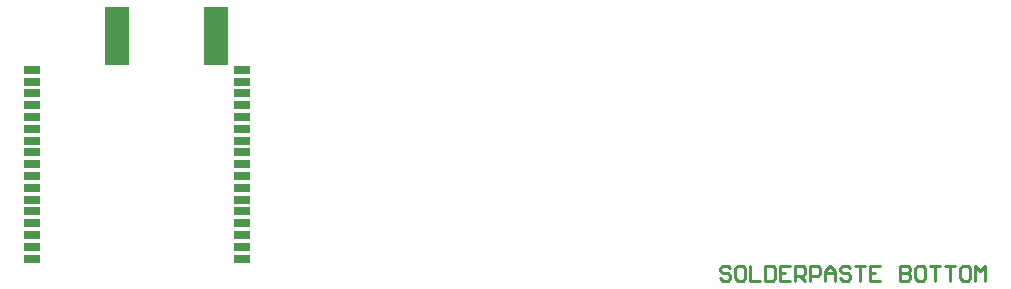
<source format=gbp>
G04*
G04 #@! TF.GenerationSoftware,Altium Limited,Altium Designer,19.0.10 (269)*
G04*
G04 Layer_Color=128*
%FSLAX24Y24*%
%MOIN*%
G70*
G01*
G75*
%ADD13C,0.0100*%
%ADD46R,0.0787X0.1969*%
%ADD47R,0.0551X0.0315*%
D13*
X23542Y141D02*
X23459Y224D01*
X23292D01*
X23209Y141D01*
Y58D01*
X23292Y-26D01*
X23459D01*
X23542Y-109D01*
Y-192D01*
X23459Y-276D01*
X23292D01*
X23209Y-192D01*
X23958Y224D02*
X23792D01*
X23709Y141D01*
Y-192D01*
X23792Y-276D01*
X23958D01*
X24042Y-192D01*
Y141D01*
X23958Y224D01*
X24208D02*
Y-276D01*
X24542D01*
X24708Y224D02*
Y-276D01*
X24958D01*
X25041Y-192D01*
Y141D01*
X24958Y224D01*
X24708D01*
X25541D02*
X25208D01*
Y-276D01*
X25541D01*
X25208Y-26D02*
X25375D01*
X25708Y-276D02*
Y224D01*
X25958D01*
X26041Y141D01*
Y-26D01*
X25958Y-109D01*
X25708D01*
X25874D02*
X26041Y-276D01*
X26208D02*
Y224D01*
X26458D01*
X26541Y141D01*
Y-26D01*
X26458Y-109D01*
X26208D01*
X26708Y-276D02*
Y58D01*
X26874Y224D01*
X27041Y58D01*
Y-276D01*
Y-26D01*
X26708D01*
X27541Y141D02*
X27457Y224D01*
X27291D01*
X27207Y141D01*
Y58D01*
X27291Y-26D01*
X27457D01*
X27541Y-109D01*
Y-192D01*
X27457Y-276D01*
X27291D01*
X27207Y-192D01*
X27707Y224D02*
X28040D01*
X27874D01*
Y-276D01*
X28540Y224D02*
X28207D01*
Y-276D01*
X28540D01*
X28207Y-26D02*
X28374D01*
X29207Y224D02*
Y-276D01*
X29457D01*
X29540Y-192D01*
Y-109D01*
X29457Y-26D01*
X29207D01*
X29457D01*
X29540Y58D01*
Y141D01*
X29457Y224D01*
X29207D01*
X29956D02*
X29790D01*
X29707Y141D01*
Y-192D01*
X29790Y-276D01*
X29956D01*
X30040Y-192D01*
Y141D01*
X29956Y224D01*
X30206D02*
X30540D01*
X30373D01*
Y-276D01*
X30706Y224D02*
X31039D01*
X30873D01*
Y-276D01*
X31456Y224D02*
X31289D01*
X31206Y141D01*
Y-192D01*
X31289Y-276D01*
X31456D01*
X31539Y-192D01*
Y141D01*
X31456Y224D01*
X31706Y-276D02*
Y224D01*
X31873Y58D01*
X32039Y224D01*
Y-276D01*
D46*
X6407Y7874D02*
D03*
X3100D02*
D03*
D47*
X7254Y1240D02*
D03*
Y6752D02*
D03*
X276Y2028D02*
D03*
Y453D02*
D03*
Y846D02*
D03*
X7254Y5571D02*
D03*
Y5177D02*
D03*
Y6358D02*
D03*
X276Y2421D02*
D03*
Y6752D02*
D03*
Y2815D02*
D03*
Y3602D02*
D03*
Y3209D02*
D03*
Y3996D02*
D03*
X7254Y2815D02*
D03*
Y2421D02*
D03*
X276Y4390D02*
D03*
Y4783D02*
D03*
X7254Y5965D02*
D03*
Y4783D02*
D03*
Y4390D02*
D03*
Y3996D02*
D03*
Y3602D02*
D03*
Y3209D02*
D03*
X276Y5965D02*
D03*
Y6358D02*
D03*
Y5177D02*
D03*
Y5571D02*
D03*
Y1240D02*
D03*
Y1634D02*
D03*
X7254Y2028D02*
D03*
Y1634D02*
D03*
Y453D02*
D03*
Y846D02*
D03*
M02*

</source>
